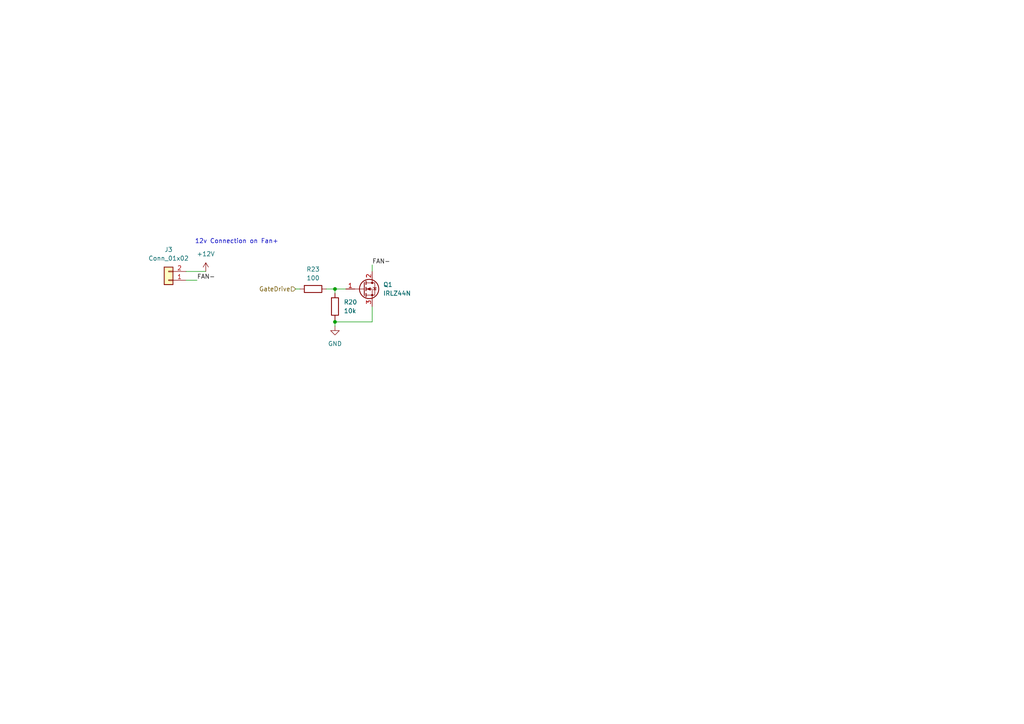
<source format=kicad_sch>
(kicad_sch (version 20211123) (generator eeschema)
  (paper "A4")
  (lib_symbols
    (symbol "Connector_Generic:Conn_01x02" (pin_names (offset 1.016) hide)
      (property "Reference" "J" (at 0 2.54 0))
      (property "Value" "Conn_01x02" (at 0 -5.08 0))
      (symbol "Conn_01x02_1_1"
        (rectangle (start -1.27 -2.413) (end 0 -2.667) (stroke (width 0.1524)))
        (rectangle (start -1.27 0.127) (end 0 -0.127) (stroke (width 0.1524)))
        (rectangle (start -1.27 1.27) (end 1.27 -3.81) (stroke (width 0.254)) (fill (type background)))
        (pin passive line (at -5.08 0 0) (length 3.81) (name "Pin_1") (number "1"))
        (pin passive line (at -5.08 -2.54 0) (length 3.81) (name "Pin_2") (number "2"))
      )
    )
    (symbol "Device:R" (pin_numbers hide) (pin_names (offset 0))
      (property "Reference" "R" (at 2.032 0 90))
      (property "Value" "R" (at 0 0 90))
      (symbol "R_0_1"
        (rectangle (start -1.016 -2.54) (end 1.016 2.54) (stroke (width 0.254)))
      )
      (symbol "R_1_1"
        (pin passive line (at 0 3.81 270) (length 1.27) (name "~") (number "1"))
        (pin passive line (at 0 -3.81 90) (length 1.27) (name "~") (number "2"))
      )
    )
    (symbol "Transistor_FET:IRLZ44N" (pin_names hide)
      (property "Reference" "Q" (at 6.35 1.905 0))
      (property "Value" "IRLZ44N" (at 6.35 0 0))
      (symbol "IRLZ44N_0_1"
        (polyline (pts (xy 0.254 0) (xy -2.54 0)))
        (polyline (pts (xy 0.254 1.905) (xy 0.254 -1.905)) (stroke (width 0.254)))
        (polyline (pts (xy 0.762 -1.27) (xy 0.762 -2.286)) (stroke (width 0.254)))
        (polyline (pts (xy 0.762 0.508) (xy 0.762 -0.508)) (stroke (width 0.254)))
        (polyline (pts (xy 0.762 2.286) (xy 0.762 1.27)) (stroke (width 0.254)))
        (polyline (pts (xy 2.54 2.54) (xy 2.54 1.778)))
        (polyline (pts (xy 2.54 -2.54) (xy 2.54 0) (xy 0.762 0)))
        (polyline (pts (xy 0.762 -1.778) (xy 3.302 -1.778) (xy 3.302 1.778) (xy 0.762 1.778)))
        (polyline (pts (xy 1.016 0) (xy 2.032 0.381) (xy 2.032 -0.381) (xy 1.016 0)) (fill (type outline)))
        (polyline (pts (xy 2.794 0.508) (xy 2.921 0.381) (xy 3.683 0.381) (xy 3.81 0.254)))
        (polyline (pts (xy 3.302 0.381) (xy 2.921 -0.254) (xy 3.683 -0.254) (xy 3.302 0.381)))
        (circle (center 1.651 0) (radius 2.794) (stroke (width 0.254)))
        (circle (center 2.54 -1.778) (radius 0.254) (fill (type outline)))
        (circle (center 2.54 1.778) (radius 0.254) (fill (type outline)))
      )
      (symbol "IRLZ44N_1_1"
        (pin input line (at -5.08 0 0) (length 2.54) (name "G") (number "1"))
        (pin passive line (at 2.54 5.08 270) (length 2.54) (name "D") (number "2"))
        (pin passive line (at 2.54 -5.08 90) (length 2.54) (name "S") (number "3"))
      )
    )
    (symbol "power:+12V" (power) (pin_names (offset 0))
      (property "Value" "+12V" (at 0 3.556 0))
      (symbol "+12V_0_1"
        (polyline (pts (xy -0.762 1.27) (xy 0 2.54)))
        (polyline (pts (xy 0 0) (xy 0 2.54)))
        (polyline (pts (xy 0 2.54) (xy 0.762 1.27)))
      )
      (symbol "+12V_1_1"
        (pin power_in line (at 0 0 90) (length 0) hide (name "+12V") (number "1"))
      )
    )
    (symbol "power:GND" (power) (pin_names (offset 0))
      (property "Value" "GND" (at 0 -3.81 0))
      (symbol "GND_0_1"
        (polyline (pts (xy 0 0) (xy 0 -1.27) (xy 1.27 -1.27) (xy 0 -2.54) (xy -1.27 -1.27) (xy 0 -1.27)))
      )
      (symbol "GND_1_1"
        (pin power_in line (at 0 0 270) (length 0) hide (name "GND") (number "1"))
      )
    )
  )
  (junction (at 97.155 83.82))
  (junction (at 97.155 93.3645))
  (wire (pts (xy 107.95 93.3645) (xy 97.155 93.3645)))
  (wire (pts (xy 97.155 83.82) (xy 100.33 83.82)))
  (wire (pts (xy 59.69 78.74) (xy 53.975 78.74)))
  (wire (pts (xy 107.95 88.9) (xy 107.95 93.3645)))
  (wire (pts (xy 94.615 83.82) (xy 97.155 83.82)))
  (wire (pts (xy 107.95 76.835) (xy 107.95 78.74)))
  (wire (pts (xy 97.155 93.3645) (xy 97.155 94.615)))
  (wire (pts (xy 97.155 83.82) (xy 97.155 85.09)))
  (wire (pts (xy 57.15 81.28) (xy 53.975 81.28)))
  (wire (pts (xy 85.725 83.82) (xy 86.995 83.82)))
  (wire (pts (xy 97.155 92.71) (xy 97.155 93.3645)))
  (text "12v Connection on Fan+\n\n\n" (at 56.515 74.93 0) (effects (font (size 1.27 1.27)) (justify left bottom)))
  (label "FAN-" (at 107.95 76.835 0))
  (label "FAN-" (at 57.15 81.28 0))
  (hierarchical_label "GateDrive" (shape input) (at 85.725 83.82 180))
  (symbol (lib_id "power:GND") (at 97.155 94.615 0) (unit 1)
    (property "Reference" "#PWR0141" (effects hide))
    (property "Value" "GND" (at 97.155 99.695 0))
  )
  (symbol (lib_id "Device:R") (at 90.805 83.82 90) (unit 1)
    (property "Reference" "R23" (at 90.805 78.105 90))
    (property "Value" "100" (at 90.805 80.645 90))
    (property "Footprint" "Resistor_THT:R_Box_L8.4mm_W2.5mm_P5.08mm" (effects hide))
  )
  (symbol (lib_id "Connector_Generic:Conn_01x02") (at 48.895 81.28 180) (unit 1)
    (property "Reference" "J3" (at 48.895 72.39 0))
    (property "Value" "Conn_01x02" (at 48.895 74.93 0))
    (property "Footprint" "Connector_PinHeader_2.54mm:PinHeader_1x02_P2.54mm_Vertical" (effects hide))
  )
  (symbol (lib_id "Transistor_FET:IRLZ44N") (at 105.41 83.82 0) (unit 1)
    (property "Reference" "Q1" (at 111.125 82.5499 0) (effects (justify left)))
    (property "Value" "IRLZ44N" (at 111.125 85.0899 0) (effects (justify left)))
    (property "Footprint" "Package_TO_SOT_THT:TO-220-3_Vertical" (effects hide))
    (property "Datasheet" "http://www.irf.com/product-info/datasheets/data/irlz44n.pdf" (effects hide))
  )
  (symbol (lib_id "power:+12V") (at 59.69 78.74 0) (unit 1)
    (property "Reference" "#PWR0142" (effects hide))
    (property "Value" "+12V" (at 59.69 73.66 0))
  )
  (symbol (lib_id "Device:R") (at 97.155 88.9 0) (unit 1)
    (property "Reference" "R20" (at 99.695 87.6299 0) (effects (justify left)))
    (property "Value" "10k" (at 99.695 90.1699 0) (effects (justify left)))
    (property "Footprint" "Resistor_THT:R_Box_L8.4mm_W2.5mm_P5.08mm" (effects hide))
  )
)
</source>
